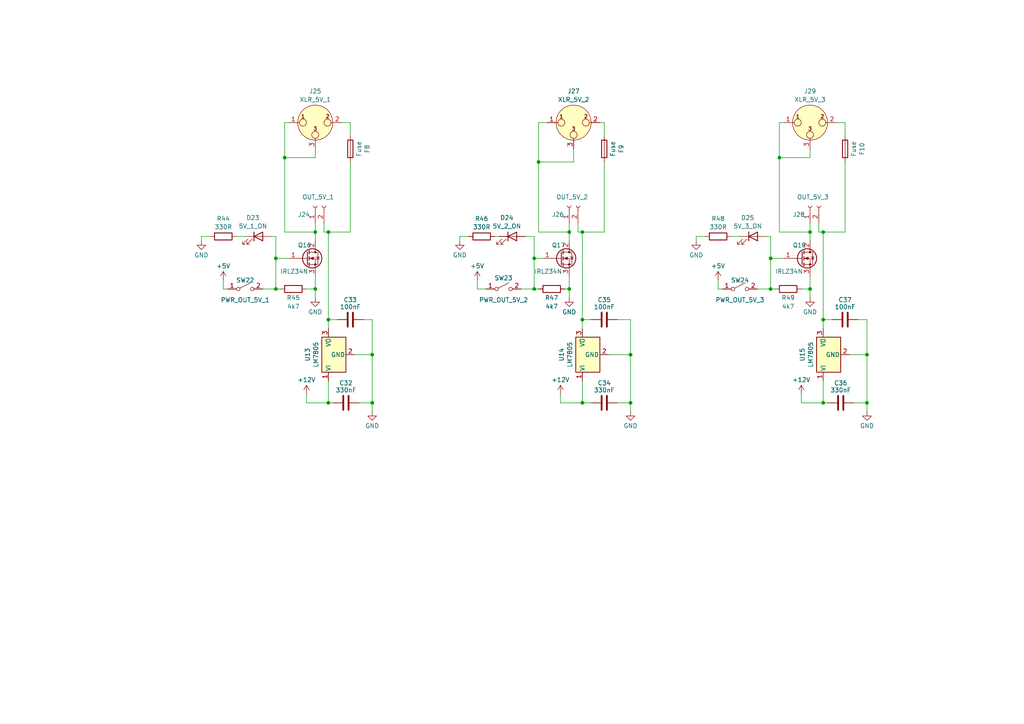
<source format=kicad_sch>
(kicad_sch (version 20231120) (generator "eeschema") (generator_version "8.0")
  (paper "A4")
  (lib_symbols
    (symbol "Connector:Conn_01x02_Socket" (pin_names (offset 1.016) hide)
      (property "Reference" "J" (at 0 2.54 0))
      (property "Value" "Conn_01x02_Socket" (at 0 -5.08 0))
      (symbol "Conn_01x02_Socket_1_1"
        (arc (start 0 -2.032) (mid -0.5058 -2.54) (end 0 -3.048) (stroke (width 0.1524)))
        (polyline (pts (xy -1.27 -2.54) (xy -0.508 -2.54)) (stroke (width 0.1524)))
        (polyline (pts (xy -1.27 0) (xy -0.508 0)) (stroke (width 0.1524)))
        (arc (start 0 0.508) (mid -0.5058 0) (end 0 -0.508) (stroke (width 0.1524)))
        (pin passive line (at -5.08 0 0) (length 3.81) (name "Pin_1") (number "1"))
        (pin passive line (at -5.08 -2.54 0) (length 3.81) (name "Pin_2") (number "2"))
      )
    )
    (symbol "Connector_Audio:XLR3" (pin_names hide)
      (property "Reference" "J" (at 0 8.89 0))
      (property "Value" "XLR3" (at 0 6.35 0))
      (symbol "XLR3_0_1"
        (circle (center -3.556 0) (radius 1.016))
        (circle (center 0 -3.556) (radius 1.016))
        (polyline (pts (xy -5.08 0) (xy -4.572 0)))
        (polyline (pts (xy 0 -5.08) (xy 0 -4.572)))
        (polyline (pts (xy 5.08 0) (xy 4.572 0)))
        (circle (center 0 0) (radius 5.08) (fill (type background)))
        (circle (center 3.556 0) (radius 1.016))
        (text "1" (at -3.556 1.778 0) (effects (font (size 1.016 1.016) (bold yes))))
        (text "2" (at 3.556 1.778 0) (effects (font (size 1.016 1.016) (bold yes))))
        (text "3" (at 0 -1.778 0) (effects (font (size 1.016 1.016) (bold yes))))
        (pin passive line (at -7.62 0 0) (length 2.54) (name "~") (number "1"))
        (pin passive line (at 7.62 0 180) (length 2.54) (name "~") (number "2"))
        (pin passive line (at 0 -7.62 90) (length 2.54) (name "~") (number "3"))
      )
    )
    (symbol "Device:C" (pin_numbers hide) (pin_names (offset 0.254))
      (property "Reference" "C" (at 0.635 2.54 0))
      (property "Value" "C" (at 0.635 -2.54 0))
      (symbol "C_0_1"
        (polyline (pts (xy -2.032 -0.762) (xy 2.032 -0.762)) (stroke (width 0.508)))
        (polyline (pts (xy -2.032 0.762) (xy 2.032 0.762)) (stroke (width 0.508)))
      )
      (symbol "C_1_1"
        (pin passive line (at 0 3.81 270) (length 2.794) (name "~") (number "1"))
        (pin passive line (at 0 -3.81 90) (length 2.794) (name "~") (number "2"))
      )
    )
    (symbol "Device:Fuse" (pin_numbers hide) (pin_names (offset 0))
      (property "Reference" "F" (at 2.032 0 90))
      (property "Value" "Fuse" (at -1.905 0 90))
      (symbol "Fuse_0_1"
        (rectangle (start -0.762 -2.54) (end 0.762 2.54) (stroke (width 0.254)))
        (polyline (pts (xy 0 2.54) (xy 0 -2.54)))
      )
      (symbol "Fuse_1_1"
        (pin passive line (at 0 3.81 270) (length 1.27) (name "~") (number "1"))
        (pin passive line (at 0 -3.81 90) (length 1.27) (name "~") (number "2"))
      )
    )
    (symbol "Device:LED" (pin_numbers hide) (pin_names (offset 1.016) hide)
      (property "Reference" "D" (at 0 2.54 0))
      (property "Value" "LED" (at 0 -2.54 0))
      (symbol "LED_0_1"
        (polyline (pts (xy -1.27 -1.27) (xy -1.27 1.27)) (stroke (width 0.254)))
        (polyline (pts (xy -1.27 0) (xy 1.27 0)))
        (polyline (pts (xy 1.27 -1.27) (xy 1.27 1.27) (xy -1.27 0) (xy 1.27 -1.27)) (stroke (width 0.254)))
        (polyline (pts (xy -3.048 -0.762) (xy -4.572 -2.286) (xy -3.81 -2.286) (xy -4.572 -2.286) (xy -4.572 -1.524)))
        (polyline (pts (xy -1.778 -0.762) (xy -3.302 -2.286) (xy -2.54 -2.286) (xy -3.302 -2.286) (xy -3.302 -1.524)))
      )
      (symbol "LED_1_1"
        (pin passive line (at -3.81 0 0) (length 2.54) (name "K") (number "1"))
        (pin passive line (at 3.81 0 180) (length 2.54) (name "A") (number "2"))
      )
    )
    (symbol "Device:R" (pin_numbers hide) (pin_names (offset 0))
      (property "Reference" "R" (at 2.032 0 90))
      (property "Value" "R" (at 0 0 90))
      (symbol "R_0_1"
        (rectangle (start -1.016 -2.54) (end 1.016 2.54) (stroke (width 0.254)))
      )
      (symbol "R_1_1"
        (pin passive line (at 0 3.81 270) (length 1.27) (name "~") (number "1"))
        (pin passive line (at 0 -3.81 90) (length 1.27) (name "~") (number "2"))
      )
    )
    (symbol "Regulator_Linear:LM7805_TO220" (pin_names (offset 0.254))
      (property "Reference" "U" (at -3.81 3.175 0))
      (property "Value" "LM7805_TO220" (at 0 3.175 0))
      (symbol "LM7805_TO220_0_1"
        (rectangle (start -5.08 1.905) (end 5.08 -5.08) (stroke (width 0.254)) (fill (type background)))
      )
      (symbol "LM7805_TO220_1_1"
        (pin power_in line (at -7.62 0 0) (length 2.54) (name "VI") (number "1"))
        (pin power_in line (at 0 -7.62 90) (length 2.54) (name "GND") (number "2"))
        (pin power_out line (at 7.62 0 180) (length 2.54) (name "VO") (number "3"))
      )
    )
    (symbol "Switch:SW_SPST" (pin_names (offset 0) hide)
      (property "Reference" "SW" (at 0 3.175 0))
      (property "Value" "SW_SPST" (at 0 -2.54 0))
      (symbol "SW_SPST_0_0"
        (circle (center -2.032 0) (radius 0.508))
        (polyline (pts (xy -1.524 0.254) (xy 1.524 1.778)))
        (circle (center 2.032 0) (radius 0.508))
      )
      (symbol "SW_SPST_1_1"
        (pin passive line (at -5.08 0 0) (length 2.54) (name "A") (number "1"))
        (pin passive line (at 5.08 0 180) (length 2.54) (name "B") (number "2"))
      )
    )
    (symbol "Transistor_FET:IRLZ34N" (pin_names hide)
      (property "Reference" "Q" (at 5.08 1.905 0))
      (property "Value" "IRLZ34N" (at 5.08 0 0))
      (symbol "IRLZ34N_0_1"
        (polyline (pts (xy 0.254 0) (xy -2.54 0)))
        (polyline (pts (xy 0.254 1.905) (xy 0.254 -1.905)) (stroke (width 0.254)))
        (polyline (pts (xy 0.762 -1.27) (xy 0.762 -2.286)) (stroke (width 0.254)))
        (polyline (pts (xy 0.762 0.508) (xy 0.762 -0.508)) (stroke (width 0.254)))
        (polyline (pts (xy 0.762 2.286) (xy 0.762 1.27)) (stroke (width 0.254)))
        (polyline (pts (xy 2.54 2.54) (xy 2.54 1.778)))
        (polyline (pts (xy 2.54 -2.54) (xy 2.54 0) (xy 0.762 0)))
        (polyline (pts (xy 0.762 -1.778) (xy 3.302 -1.778) (xy 3.302 1.778) (xy 0.762 1.778)))
        (polyline (pts (xy 1.016 0) (xy 2.032 0.381) (xy 2.032 -0.381) (xy 1.016 0)) (fill (type outline)))
        (polyline (pts (xy 2.794 0.508) (xy 2.921 0.381) (xy 3.683 0.381) (xy 3.81 0.254)))
        (polyline (pts (xy 3.302 0.381) (xy 2.921 -0.254) (xy 3.683 -0.254) (xy 3.302 0.381)))
        (circle (center 1.651 0) (radius 2.794) (stroke (width 0.254)))
        (circle (center 2.54 -1.778) (radius 0.254) (fill (type outline)))
        (circle (center 2.54 1.778) (radius 0.254) (fill (type outline)))
      )
      (symbol "IRLZ34N_1_1"
        (pin input line (at -5.08 0 0) (length 2.54) (name "G") (number "1"))
        (pin passive line (at 2.54 5.08 270) (length 2.54) (name "D") (number "2"))
        (pin passive line (at 2.54 -5.08 90) (length 2.54) (name "S") (number "3"))
      )
    )
    (symbol "power:+12V" (power) (pin_names (offset 0))
      (property "Value" "+12V" (at 0 3.556 0))
      (symbol "+12V_0_1"
        (polyline (pts (xy -0.762 1.27) (xy 0 2.54)))
        (polyline (pts (xy 0 0) (xy 0 2.54)))
        (polyline (pts (xy 0 2.54) (xy 0.762 1.27)))
      )
      (symbol "+12V_1_1"
        (pin power_in line (at 0 0 90) (length 0) hide (name "+12V") (number "1"))
      )
    )
    (symbol "power:+5V" (power) (pin_names (offset 0))
      (property "Value" "+5V" (at 0 3.556 0))
      (symbol "+5V_0_1"
        (polyline (pts (xy -0.762 1.27) (xy 0 2.54)))
        (polyline (pts (xy 0 0) (xy 0 2.54)))
        (polyline (pts (xy 0 2.54) (xy 0.762 1.27)))
      )
      (symbol "+5V_1_1"
        (pin power_in line (at 0 0 90) (length 0) hide (name "+5V") (number "1"))
      )
    )
    (symbol "power:GND" (power) (pin_names (offset 0))
      (property "Value" "GND" (at 0 -3.81 0))
      (symbol "GND_0_1"
        (polyline (pts (xy 0 0) (xy 0 -1.27) (xy 1.27 -1.27) (xy 0 -2.54) (xy -1.27 -1.27) (xy 0 -1.27)))
      )
      (symbol "GND_1_1"
        (pin power_in line (at 0 0 270) (length 0) hide (name "GND") (number "1"))
      )
    )
  )
  (junction (at 80.01 83.82))
  (junction (at 238.76 92.71))
  (junction (at 165.1 67.31))
  (junction (at 238.76 116.84))
  (junction (at 91.44 67.31))
  (junction (at 156.21 46.99))
  (junction (at 154.94 74.93))
  (junction (at 91.44 83.82))
  (junction (at 165.1 83.82))
  (junction (at 95.25 67.31))
  (junction (at 95.25 116.84))
  (junction (at 223.52 83.82))
  (junction (at 80.01 74.93))
  (junction (at 107.95 116.84))
  (junction (at 234.95 83.82))
  (junction (at 107.95 102.87))
  (junction (at 182.88 116.84))
  (junction (at 234.95 67.31))
  (junction (at 182.88 102.87))
  (junction (at 154.94 83.82))
  (junction (at 226.06 45.72))
  (junction (at 168.91 116.84))
  (junction (at 82.55 45.72))
  (junction (at 95.25 92.71))
  (junction (at 238.76 67.31))
  (junction (at 223.52 74.93))
  (junction (at 251.46 102.87))
  (junction (at 168.91 67.31))
  (junction (at 168.91 92.71))
  (junction (at 251.46 116.84))
  (wire (pts (xy 95.25 95.25) (xy 95.25 92.71)))
  (wire (pts (xy 232.41 114.3) (xy 232.41 116.84)))
  (wire (pts (xy 223.52 74.93) (xy 223.52 83.82)))
  (wire (pts (xy 226.06 35.56) (xy 227.33 35.56)))
  (wire (pts (xy 68.58 68.58) (xy 71.12 68.58)))
  (wire (pts (xy 238.76 110.49) (xy 238.76 116.84)))
  (wire (pts (xy 107.95 102.87) (xy 107.95 92.71)))
  (wire (pts (xy 219.71 83.82) (xy 223.52 83.82)))
  (wire (pts (xy 175.26 35.56) (xy 175.26 39.37)))
  (wire (pts (xy 88.9 83.82) (xy 91.44 83.82)))
  (wire (pts (xy 60.96 68.58) (xy 58.42 68.58)))
  (wire (pts (xy 140.97 83.82) (xy 138.43 83.82)))
  (wire (pts (xy 162.56 116.84) (xy 168.91 116.84)))
  (wire (pts (xy 91.44 67.31) (xy 91.44 69.85)))
  (wire (pts (xy 165.1 83.82) (xy 165.1 86.36)))
  (wire (pts (xy 82.55 35.56) (xy 83.82 35.56)))
  (wire (pts (xy 226.06 45.72) (xy 226.06 35.56)))
  (wire (pts (xy 234.95 83.82) (xy 234.95 86.36)))
  (wire (pts (xy 91.44 64.77) (xy 91.44 67.31)))
  (wire (pts (xy 238.76 116.84) (xy 240.03 116.84)))
  (wire (pts (xy 154.94 83.82) (xy 156.21 83.82)))
  (wire (pts (xy 237.49 67.31) (xy 238.76 67.31)))
  (wire (pts (xy 246.38 102.87) (xy 251.46 102.87)))
  (wire (pts (xy 66.04 83.82) (xy 64.77 83.82)))
  (wire (pts (xy 234.95 64.77) (xy 234.95 67.31)))
  (wire (pts (xy 107.95 116.84) (xy 107.95 119.38)))
  (wire (pts (xy 95.25 116.84) (xy 96.52 116.84)))
  (wire (pts (xy 64.77 83.82) (xy 64.77 81.28)))
  (wire (pts (xy 168.91 67.31) (xy 168.91 92.71)))
  (wire (pts (xy 82.55 45.72) (xy 82.55 35.56)))
  (wire (pts (xy 101.6 67.31) (xy 101.6 46.99)))
  (wire (pts (xy 91.44 80.01) (xy 91.44 83.82)))
  (wire (pts (xy 156.21 67.31) (xy 156.21 46.99)))
  (wire (pts (xy 234.95 67.31) (xy 234.95 69.85)))
  (wire (pts (xy 76.2 83.82) (xy 80.01 83.82)))
  (wire (pts (xy 157.48 74.93) (xy 154.94 74.93)))
  (wire (pts (xy 166.37 46.99) (xy 156.21 46.99)))
  (wire (pts (xy 173.99 35.56) (xy 175.26 35.56)))
  (wire (pts (xy 245.11 67.31) (xy 245.11 46.99)))
  (wire (pts (xy 209.55 83.82) (xy 208.28 83.82)))
  (wire (pts (xy 58.42 68.58) (xy 58.42 69.85)))
  (wire (pts (xy 99.06 35.56) (xy 101.6 35.56)))
  (wire (pts (xy 104.14 116.84) (xy 107.95 116.84)))
  (wire (pts (xy 226.06 67.31) (xy 226.06 45.72)))
  (wire (pts (xy 91.44 45.72) (xy 82.55 45.72)))
  (wire (pts (xy 179.07 116.84) (xy 182.88 116.84)))
  (wire (pts (xy 165.1 67.31) (xy 165.1 69.85)))
  (wire (pts (xy 237.49 64.77) (xy 237.49 67.31)))
  (wire (pts (xy 102.87 102.87) (xy 107.95 102.87)))
  (wire (pts (xy 226.06 67.31) (xy 234.95 67.31)))
  (wire (pts (xy 91.44 83.82) (xy 91.44 86.36)))
  (wire (pts (xy 168.91 67.31) (xy 175.26 67.31)))
  (wire (pts (xy 227.33 74.93) (xy 223.52 74.93)))
  (wire (pts (xy 182.88 102.87) (xy 182.88 116.84)))
  (wire (pts (xy 165.1 64.77) (xy 165.1 67.31)))
  (wire (pts (xy 223.52 83.82) (xy 224.79 83.82)))
  (wire (pts (xy 80.01 68.58) (xy 80.01 74.93)))
  (wire (pts (xy 165.1 80.01) (xy 165.1 83.82)))
  (wire (pts (xy 251.46 116.84) (xy 251.46 119.38)))
  (wire (pts (xy 182.88 116.84) (xy 182.88 119.38)))
  (wire (pts (xy 154.94 68.58) (xy 154.94 74.93)))
  (wire (pts (xy 223.52 68.58) (xy 223.52 74.93)))
  (wire (pts (xy 234.95 45.72) (xy 226.06 45.72)))
  (wire (pts (xy 238.76 95.25) (xy 238.76 92.71)))
  (wire (pts (xy 156.21 46.99) (xy 156.21 35.56)))
  (wire (pts (xy 168.91 92.71) (xy 171.45 92.71)))
  (wire (pts (xy 168.91 95.25) (xy 168.91 92.71)))
  (wire (pts (xy 232.41 83.82) (xy 234.95 83.82)))
  (wire (pts (xy 212.09 68.58) (xy 214.63 68.58)))
  (wire (pts (xy 168.91 110.49) (xy 168.91 116.84)))
  (wire (pts (xy 251.46 102.87) (xy 251.46 116.84)))
  (wire (pts (xy 168.91 116.84) (xy 171.45 116.84)))
  (wire (pts (xy 163.83 83.82) (xy 165.1 83.82)))
  (wire (pts (xy 251.46 102.87) (xy 251.46 92.71)))
  (wire (pts (xy 175.26 67.31) (xy 175.26 46.99)))
  (wire (pts (xy 162.56 114.3) (xy 162.56 116.84)))
  (wire (pts (xy 78.74 68.58) (xy 80.01 68.58)))
  (wire (pts (xy 95.25 110.49) (xy 95.25 116.84)))
  (wire (pts (xy 208.28 83.82) (xy 208.28 81.28)))
  (wire (pts (xy 107.95 92.71) (xy 105.41 92.71)))
  (wire (pts (xy 156.21 67.31) (xy 165.1 67.31)))
  (wire (pts (xy 93.98 67.31) (xy 95.25 67.31)))
  (wire (pts (xy 80.01 83.82) (xy 81.28 83.82)))
  (wire (pts (xy 245.11 35.56) (xy 245.11 39.37)))
  (wire (pts (xy 80.01 74.93) (xy 80.01 83.82)))
  (wire (pts (xy 201.93 68.58) (xy 201.93 69.85)))
  (wire (pts (xy 182.88 102.87) (xy 182.88 92.71)))
  (wire (pts (xy 93.98 64.77) (xy 93.98 67.31)))
  (wire (pts (xy 234.95 43.18) (xy 234.95 45.72)))
  (wire (pts (xy 133.35 68.58) (xy 133.35 69.85)))
  (wire (pts (xy 82.55 67.31) (xy 91.44 67.31)))
  (wire (pts (xy 88.9 116.84) (xy 95.25 116.84)))
  (wire (pts (xy 247.65 116.84) (xy 251.46 116.84)))
  (wire (pts (xy 82.55 67.31) (xy 82.55 45.72)))
  (wire (pts (xy 143.51 68.58) (xy 144.78 68.58)))
  (wire (pts (xy 238.76 67.31) (xy 238.76 92.71)))
  (wire (pts (xy 167.64 64.77) (xy 167.64 67.31)))
  (wire (pts (xy 152.4 68.58) (xy 154.94 68.58)))
  (wire (pts (xy 167.64 67.31) (xy 168.91 67.31)))
  (wire (pts (xy 242.57 35.56) (xy 245.11 35.56)))
  (wire (pts (xy 238.76 67.31) (xy 245.11 67.31)))
  (wire (pts (xy 95.25 67.31) (xy 101.6 67.31)))
  (wire (pts (xy 135.89 68.58) (xy 133.35 68.58)))
  (wire (pts (xy 176.53 102.87) (xy 182.88 102.87)))
  (wire (pts (xy 83.82 74.93) (xy 80.01 74.93)))
  (wire (pts (xy 156.21 35.56) (xy 158.75 35.56)))
  (wire (pts (xy 95.25 92.71) (xy 97.79 92.71)))
  (wire (pts (xy 232.41 116.84) (xy 238.76 116.84)))
  (wire (pts (xy 234.95 80.01) (xy 234.95 83.82)))
  (wire (pts (xy 91.44 43.18) (xy 91.44 45.72)))
  (wire (pts (xy 204.47 68.58) (xy 201.93 68.58)))
  (wire (pts (xy 182.88 92.71) (xy 179.07 92.71)))
  (wire (pts (xy 251.46 92.71) (xy 248.92 92.71)))
  (wire (pts (xy 138.43 83.82) (xy 138.43 81.28)))
  (wire (pts (xy 166.37 43.18) (xy 166.37 46.99)))
  (wire (pts (xy 151.13 83.82) (xy 154.94 83.82)))
  (wire (pts (xy 238.76 92.71) (xy 241.3 92.71)))
  (wire (pts (xy 107.95 102.87) (xy 107.95 116.84)))
  (wire (pts (xy 95.25 67.31) (xy 95.25 92.71)))
  (wire (pts (xy 88.9 114.3) (xy 88.9 116.84)))
  (wire (pts (xy 101.6 35.56) (xy 101.6 39.37)))
  (wire (pts (xy 154.94 74.93) (xy 154.94 83.82)))
  (wire (pts (xy 222.25 68.58) (xy 223.52 68.58)))
  (symbol (lib_id "Device:C") (at 175.26 92.71 270) (mirror x) (unit 1)
    (property "Reference" "C35" (at 175.26 86.971 90))
    (property "Value" "100nF" (at 175.26 89.019 90))
    (property "Footprint" "Capacitor_SMD:C_1206_3216Metric_Pad1.33x1.80mm_HandSolder" (effects (hide yes)))
  )
  (symbol (lib_id "Transistor_FET:IRLZ34N") (at 88.9 74.93 0) (unit 1)
    (property "Reference" "Q16" (at 86.36 71.12 0) (effects (justify left)))
    (property "Value" "IRLZ34N" (at 81.28 78.74 0) (effects (justify left)))
    (property "Footprint" "Package_TO_SOT_THT:TO-220-3_Vertical" (effects (hide yes)))
    (property "Datasheet" "http://www.infineon.com/dgdl/irlz34npbf.pdf?fileId=5546d462533600a40153567206892720" (effects (hide yes)))
  )
  (symbol (lib_id "Device:R") (at 85.09 83.82 90) (unit 1)
    (property "Reference" "R45" (at 85.09 86.36 90))
    (property "Value" "4k7" (at 85.09 88.9 90))
    (property "Footprint" "Resistor_SMD:R_1206_3216Metric_Pad1.30x1.75mm_HandSolder" (effects (hide yes)))
  )
  (symbol (lib_id "Switch:SW_SPST") (at 146.05 83.82 0) (unit 1)
    (property "Reference" "SW23" (at 146.05 80.645 0))
    (property "Value" "PWR_OUT_5V_2" (at 146.05 86.995 0))
    (property "Footprint" "Connector_PinHeader_2.54mm:PinHeader_1x02_P2.54mm_Vertical" (effects (hide yes)))
  )
  (symbol (lib_id "Device:R") (at 160.02 83.82 90) (unit 1)
    (property "Reference" "R47" (at 160.02 86.36 90))
    (property "Value" "4k7" (at 160.02 88.9 90))
    (property "Footprint" "Resistor_SMD:R_1206_3216Metric_Pad1.30x1.75mm_HandSolder" (effects (hide yes)))
  )
  (symbol (lib_id "Device:LED") (at 218.44 68.58 0) (unit 1)
    (property "Reference" "D25" (at 216.8525 63.1657 0))
    (property "Value" "5V_3_ON" (at 216.8525 65.5899 0))
    (property "Footprint" "Connector_PinHeader_2.54mm:PinHeader_1x02_P2.54mm_Vertical" (effects (hide yes)))
  )
  (symbol (lib_id "power:GND") (at 251.46 119.38 0) (unit 1)
    (property "Reference" "#PWR090" (effects (hide yes)))
    (property "Value" "GND" (at 251.46 123.5131 0))
  )
  (symbol (lib_id "Device:Fuse") (at 245.11 43.18 0) (unit 1) (in_bom no) (on_board no)
    (property "Reference" "F10" (at 250.0163 43.18 90))
    (property "Value" "Fuse" (at 247.5921 43.18 90))
    (property "Footprint" "Connector_Wire:SolderWire-1sqmm_1x02_P5.4mm_D1.4mm_OD2.7mm" (effects (hide yes)))
  )
  (symbol (lib_id "power:GND") (at 91.44 86.36 0) (unit 1)
    (property "Reference" "#PWR079" (effects (hide yes)))
    (property "Value" "GND" (at 91.44 90.4931 0))
  )
  (symbol (lib_id "Device:C") (at 101.6 92.71 270) (mirror x) (unit 1)
    (property "Reference" "C33" (at 101.6 86.971 90))
    (property "Value" "100nF" (at 101.6 89.019 90))
    (property "Footprint" "Capacitor_SMD:C_1206_3216Metric_Pad1.33x1.80mm_HandSolder" (effects (hide yes)))
  )
  (symbol (lib_id "power:GND") (at 182.88 119.38 0) (unit 1)
    (property "Reference" "#PWR085" (effects (hide yes)))
    (property "Value" "GND" (at 182.88 123.5131 0))
  )
  (symbol (lib_id "Connector:Conn_01x02_Socket") (at 91.44 59.69 90) (unit 1)
    (property "Reference" "J24" (at 86.36 62.23 90) (effects (justify right)))
    (property "Value" "OUT_5V_1" (at 87.63 57.15 90) (effects (justify right)))
    (property "Footprint" "Connector_Wire:SolderWire-1sqmm_1x02_P5.4mm_D1.4mm_OD2.7mm" (effects (hide yes)))
  )
  (symbol (lib_id "Connector_Audio:XLR3") (at 91.44 35.56 0) (unit 1) (in_bom no) (on_board no)
    (property "Reference" "J25" (at 91.44 26.4627 0))
    (property "Value" "XLR_5V_1" (at 91.44 28.8869 0))
    (property "Datasheet" " ~" (effects (hide yes)))
  )
  (symbol (lib_id "Device:Fuse") (at 101.6 43.18 0) (unit 1) (in_bom no) (on_board no)
    (property "Reference" "F8" (at 106.5063 43.18 90))
    (property "Value" "Fuse" (at 104.0821 43.18 90))
    (property "Footprint" "Connector_Wire:SolderWire-1sqmm_1x02_P5.4mm_D1.4mm_OD2.7mm" (effects (hide yes)))
  )
  (symbol (lib_id "Device:C") (at 175.26 116.84 90) (unit 1)
    (property "Reference" "C34" (at 175.26 111.101 90))
    (property "Value" "330nF" (at 175.26 113.149 90))
    (property "Footprint" "Capacitor_SMD:C_1206_3216Metric_Pad1.33x1.80mm_HandSolder" (effects (hide yes)))
  )
  (symbol (lib_id "Device:R") (at 64.77 68.58 90) (unit 1)
    (property "Reference" "R44" (at 64.77 63.4197 90))
    (property "Value" "330R" (at 64.77 65.8439 90))
    (property "Footprint" "Resistor_SMD:R_1206_3216Metric_Pad1.30x1.75mm_HandSolder" (effects (hide yes)))
  )
  (symbol (lib_id "Connector_Audio:XLR3") (at 166.37 35.56 0) (unit 1) (in_bom no) (on_board no)
    (property "Reference" "J27" (at 166.37 26.4627 0))
    (property "Value" "XLR_5V_2" (at 166.37 28.8869 0))
    (property "Datasheet" " ~" (effects (hide yes)))
  )
  (symbol (lib_id "power:+12V") (at 162.56 114.3 0) (unit 1)
    (property "Reference" "#PWR083" (effects (hide yes)))
    (property "Value" "+12V" (at 162.56 110.1669 0))
  )
  (symbol (lib_id "Regulator_Linear:LM7805_TO220") (at 168.91 102.87 90) (unit 1)
    (property "Reference" "U14" (at 162.8607 102.87 0))
    (property "Value" "LM7805" (at 165.2849 102.87 0))
    (property "Footprint" "Package_TO_SOT_THT:TO-220-3_Vertical" (effects (hide yes)))
    (property "Datasheet" "https://www.onsemi.cn/PowerSolutions/document/MC7800-D.PDF" (effects (hide yes)))
  )
  (symbol (lib_id "power:GND") (at 234.95 86.36 0) (unit 1)
    (property "Reference" "#PWR089" (effects (hide yes)))
    (property "Value" "GND" (at 234.95 90.4931 0))
  )
  (symbol (lib_id "power:+5V") (at 208.28 81.28 0) (unit 1)
    (property "Reference" "#PWR087" (effects (hide yes)))
    (property "Value" "+5V" (at 208.28 77.1469 0))
  )
  (symbol (lib_id "power:GND") (at 58.42 69.85 0) (unit 1)
    (property "Reference" "#PWR076" (effects (hide yes)))
    (property "Value" "GND" (at 58.42 73.9831 0))
  )
  (symbol (lib_id "Device:C") (at 100.33 116.84 90) (unit 1)
    (property "Reference" "C32" (at 100.33 111.101 90))
    (property "Value" "330nF" (at 100.33 113.149 90))
    (property "Footprint" "Capacitor_SMD:C_1206_3216Metric_Pad1.33x1.80mm_HandSolder" (effects (hide yes)))
  )
  (symbol (lib_id "Device:R") (at 228.6 83.82 90) (unit 1)
    (property "Reference" "R49" (at 228.6 86.36 90))
    (property "Value" "4k7" (at 228.6 88.9 90))
    (property "Footprint" "Resistor_SMD:R_1206_3216Metric_Pad1.30x1.75mm_HandSolder" (effects (hide yes)))
  )
  (symbol (lib_id "Switch:SW_SPST") (at 71.12 83.82 0) (unit 1)
    (property "Reference" "SW22" (at 71.12 81.28 0))
    (property "Value" "PWR_OUT_5V_1" (at 71.12 86.995 0))
    (property "Footprint" "Connector_PinHeader_2.54mm:PinHeader_1x02_P2.54mm_Vertical" (effects (hide yes)))
  )
  (symbol (lib_id "Device:R") (at 208.28 68.58 90) (unit 1)
    (property "Reference" "R48" (at 208.28 63.4197 90))
    (property "Value" "330R" (at 208.28 65.8439 90))
    (property "Footprint" "Resistor_SMD:R_1206_3216Metric_Pad1.30x1.75mm_HandSolder" (effects (hide yes)))
  )
  (symbol (lib_id "power:+5V") (at 64.77 81.28 0) (unit 1)
    (property "Reference" "#PWR077" (effects (hide yes)))
    (property "Value" "+5V" (at 64.77 77.1469 0))
  )
  (symbol (lib_id "Transistor_FET:IRLZ34N") (at 162.56 74.93 0) (unit 1)
    (property "Reference" "Q17" (at 160.02 71.12 0) (effects (justify left)))
    (property "Value" "IRLZ34N" (at 154.94 78.74 0) (effects (justify left)))
    (property "Footprint" "Package_TO_SOT_THT:TO-220-3_Vertical" (effects (hide yes)))
    (property "Datasheet" "http://www.infineon.com/dgdl/irlz34npbf.pdf?fileId=5546d462533600a40153567206892720" (effects (hide yes)))
  )
  (symbol (lib_id "Connector:Conn_01x02_Socket") (at 165.1 59.69 90) (unit 1)
    (property "Reference" "J26" (at 160.02 62.23 90) (effects (justify right)))
    (property "Value" "OUT_5V_2" (at 161.29 57.15 90) (effects (justify right)))
    (property "Footprint" "Connector_Wire:SolderWire-1sqmm_1x02_P5.4mm_D1.4mm_OD2.7mm" (effects (hide yes)))
  )
  (symbol (lib_id "power:GND") (at 165.1 86.36 0) (unit 1)
    (property "Reference" "#PWR084" (effects (hide yes)))
    (property "Value" "GND" (at 165.1 90.4931 0))
  )
  (symbol (lib_id "Device:Fuse") (at 175.26 43.18 0) (unit 1) (in_bom no) (on_board no)
    (property "Reference" "F9" (at 180.1663 43.18 90))
    (property "Value" "Fuse" (at 177.7421 43.18 90))
    (property "Footprint" "Connector_Wire:SolderWire-1sqmm_1x02_P5.4mm_D1.4mm_OD2.7mm" (effects (hide yes)))
  )
  (symbol (lib_id "power:GND") (at 133.35 69.85 0) (unit 1)
    (property "Reference" "#PWR081" (effects (hide yes)))
    (property "Value" "GND" (at 133.35 73.9831 0))
  )
  (symbol (lib_id "power:GND") (at 107.95 119.38 0) (unit 1)
    (property "Reference" "#PWR080" (effects (hide yes)))
    (property "Value" "GND" (at 107.95 123.5131 0))
  )
  (symbol (lib_id "Connector_Audio:XLR3") (at 234.95 35.56 0) (unit 1) (in_bom no) (on_board no)
    (property "Reference" "J29" (at 234.95 26.4627 0))
    (property "Value" "XLR_5V_3" (at 234.95 28.8869 0))
    (property "Datasheet" " ~" (effects (hide yes)))
  )
  (symbol (lib_id "Device:LED") (at 148.59 68.58 0) (unit 1)
    (property "Reference" "D24" (at 147.0025 63.1657 0))
    (property "Value" "5V_2_ON" (at 147.0025 65.5899 0))
    (property "Footprint" "Connector_PinHeader_2.54mm:PinHeader_1x02_P2.54mm_Vertical" (effects (hide yes)))
  )
  (symbol (lib_id "Device:R") (at 139.7 68.58 90) (unit 1)
    (property "Reference" "R46" (at 139.7 63.4197 90))
    (property "Value" "330R" (at 139.7 65.8439 90))
    (property "Footprint" "Resistor_SMD:R_1206_3216Metric_Pad1.30x1.75mm_HandSolder" (effects (hide yes)))
  )
  (symbol (lib_id "Device:C") (at 245.11 92.71 270) (mirror x) (unit 1)
    (property "Reference" "C37" (at 245.11 86.971 90))
    (property "Value" "100nF" (at 245.11 89.019 90))
    (property "Footprint" "Capacitor_SMD:C_1206_3216Metric_Pad1.33x1.80mm_HandSolder" (effects (hide yes)))
  )
  (symbol (lib_id "Transistor_FET:IRLZ34N") (at 232.41 74.93 0) (unit 1)
    (property "Reference" "Q18" (at 229.87 71.12 0) (effects (justify left)))
    (property "Value" "IRLZ34N" (at 224.79 78.74 0) (effects (justify left)))
    (property "Footprint" "Package_TO_SOT_THT:TO-220-3_Vertical" (effects (hide yes)))
    (property "Datasheet" "http://www.infineon.com/dgdl/irlz34npbf.pdf?fileId=5546d462533600a40153567206892720" (effects (hide yes)))
  )
  (symbol (lib_id "power:+12V") (at 232.41 114.3 0) (unit 1)
    (property "Reference" "#PWR088" (effects (hide yes)))
    (property "Value" "+12V" (at 232.41 110.1669 0))
  )
  (symbol (lib_id "Regulator_Linear:LM7805_TO220") (at 238.76 102.87 90) (unit 1)
    (property "Reference" "U15" (at 232.7107 102.87 0))
    (property "Value" "LM7805" (at 235.1349 102.87 0))
    (property "Footprint" "Package_TO_SOT_THT:TO-220-3_Vertical" (effects (hide yes)))
    (property "Datasheet" "https://www.onsemi.cn/PowerSolutions/document/MC7800-D.PDF" (effects (hide yes)))
  )
  (symbol (lib_id "power:+12V") (at 88.9 114.3 0) (unit 1)
    (property "Reference" "#PWR078" (effects (hide yes)))
    (property "Value" "+12V" (at 88.9 110.1669 0))
  )
  (symbol (lib_id "Device:LED") (at 74.93 68.58 0) (unit 1)
    (property "Reference" "D23" (at 73.3425 63.1657 0))
    (property "Value" "5V_1_ON" (at 73.3425 65.5899 0))
    (property "Footprint" "Connector_PinHeader_2.54mm:PinHeader_1x02_P2.54mm_Vertical" (effects (hide yes)))
  )
  (symbol (lib_id "power:+5V") (at 138.43 81.28 0) (unit 1)
    (property "Reference" "#PWR082" (effects (hide yes)))
    (property "Value" "+5V" (at 138.43 77.1469 0))
  )
  (symbol (lib_id "Regulator_Linear:LM7805_TO220") (at 95.25 102.87 90) (unit 1)
    (property "Reference" "U13" (at 89.2007 102.87 0))
    (property "Value" "LM7805" (at 91.6249 102.87 0))
    (property "Footprint" "Package_TO_SOT_THT:TO-220-3_Vertical" (effects (hide yes)))
    (property "Datasheet" "https://www.onsemi.cn/PowerSolutions/document/MC7800-D.PDF" (effects (hide yes)))
  )
  (symbol (lib_id "power:GND") (at 201.93 69.85 0) (unit 1)
    (property "Reference" "#PWR086" (effects (hide yes)))
    (property "Value" "GND" (at 201.93 73.9831 0))
  )
  (symbol (lib_id "Switch:SW_SPST") (at 214.63 83.82 0) (unit 1)
    (property "Reference" "SW24" (at 214.63 81.28 0))
    (property "Value" "PWR_OUT_5V_3" (at 214.63 86.995 0))
    (property "Footprint" "Connector_PinHeader_2.54mm:PinHeader_1x02_P2.54mm_Vertical" (effects (hide yes)))
  )
  (symbol (lib_id "Device:C") (at 243.84 116.84 90) (unit 1)
    (property "Reference" "C36" (at 243.84 111.101 90))
    (property "Value" "330nF" (at 243.84 113.149 90))
    (property "Footprint" "Capacitor_SMD:C_1206_3216Metric_Pad1.33x1.80mm_HandSolder" (effects (hide yes)))
  )
  (symbol (lib_id "Connector:Conn_01x02_Socket") (at 234.95 59.69 90) (unit 1)
    (property "Reference" "J28" (at 229.87 62.23 90) (effects (justify right)))
    (property "Value" "OUT_5V_3" (at 231.14 57.15 90) (effects (justify right)))
    (property "Footprint" "Connector_Wire:SolderWire-1sqmm_1x02_P5.4mm_D1.4mm_OD2.7mm" (effects (hide yes)))
  )
)
</source>
